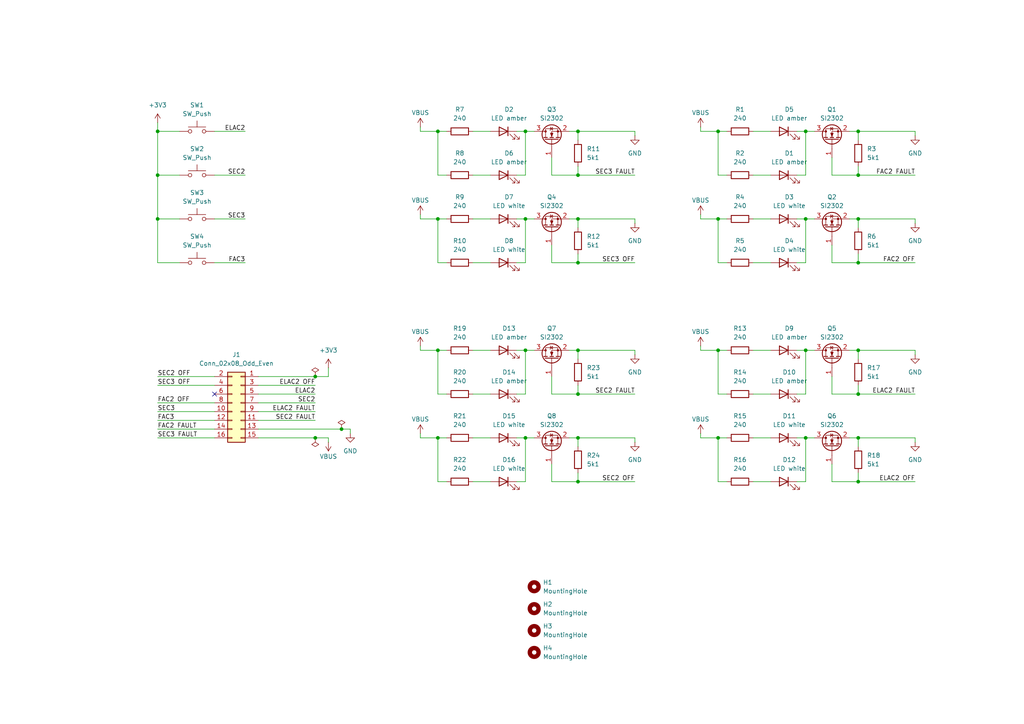
<source format=kicad_sch>
(kicad_sch (version 20231120) (generator "eeschema") (generator_version "8.0")
  (paper "A4")
  (lib_symbols
    (symbol "+3V3_1" (power) (pin_numbers hide) (pin_names (offset 0) hide)
      (property "Value" "+3V3" (at 0 3.556 0))
      (symbol "+3V3_1_1_1"
        (pin power_in line (at 0 0 90) (length 0) (name "~") (number "1"))
      )
    )
    (symbol "Connector_Generic:Conn_02x08_Odd_Even" (pin_names (offset 1.016) hide)
      (property "Reference" "J" (at 1.27 10.16 0))
      (property "Value" "Conn_02x08_Odd_Even" (at 1.27 -12.7 0))
      (symbol "Conn_02x08_Odd_Even_1_1"
        (pin passive line (at -5.08 7.62 0) (length 3.81) (name "Pin_1") (number "1"))
        (pin passive line (at 7.62 -2.54 180) (length 3.81) (name "Pin_10") (number "10"))
        (pin passive line (at -5.08 -5.08 0) (length 3.81) (name "Pin_11") (number "11"))
        (pin passive line (at 7.62 -5.08 180) (length 3.81) (name "Pin_12") (number "12"))
        (pin passive line (at -5.08 -7.62 0) (length 3.81) (name "Pin_13") (number "13"))
        (pin passive line (at 7.62 -7.62 180) (length 3.81) (name "Pin_14") (number "14"))
        (pin passive line (at -5.08 -10.16 0) (length 3.81) (name "Pin_15") (number "15"))
        (pin passive line (at 7.62 -10.16 180) (length 3.81) (name "Pin_16") (number "16"))
        (pin passive line (at 7.62 7.62 180) (length 3.81) (name "Pin_2") (number "2"))
        (pin passive line (at -5.08 5.08 0) (length 3.81) (name "Pin_3") (number "3"))
        (pin passive line (at 7.62 5.08 180) (length 3.81) (name "Pin_4") (number "4"))
        (pin passive line (at -5.08 2.54 0) (length 3.81) (name "Pin_5") (number "5"))
        (pin passive line (at 7.62 2.54 180) (length 3.81) (name "Pin_6") (number "6"))
        (pin passive line (at -5.08 0 0) (length 3.81) (name "Pin_7") (number "7"))
        (pin passive line (at 7.62 0 180) (length 3.81) (name "Pin_8") (number "8"))
        (pin passive line (at -5.08 -2.54 0) (length 3.81) (name "Pin_9") (number "9"))
      )
    )
    (symbol "Device:LED" (pin_numbers hide) (pin_names (offset 1.016) hide)
      (property "Reference" "D" (at 0 2.54 0))
      (property "Value" "LED" (at 0 -2.54 0))
      (symbol "LED_1_1"
        (pin passive line (at -3.81 0 0) (length 2.54) (name "K") (number "1"))
        (pin passive line (at 3.81 0 180) (length 2.54) (name "A") (number "2"))
      )
    )
    (symbol "Device:R" (pin_numbers hide) (pin_names (offset 0))
      (property "Reference" "R" (at 2.032 0 90))
      (property "Value" "R" (at 0 0 90))
      (symbol "R_1_1"
        (pin passive line (at 0 3.81 270) (length 1.27) (name "~") (number "1"))
        (pin passive line (at 0 -3.81 90) (length 1.27) (name "~") (number "2"))
      )
    )
    (symbol "GND_1" (power) (pin_numbers hide) (pin_names (offset 0) hide)
      (property "Value" "GND" (at 0 -3.81 0))
      (symbol "GND_1_1_1"
        (pin power_in line (at 0 0 270) (length 0) (name "~") (number "1"))
      )
    )
    (symbol "Mechanical:MountingHole" (pin_names (offset 1.016))
      (property "Reference" "H" (at 0 5.08 0))
      (property "Value" "MountingHole" (at 0 3.175 0))
    )
    (symbol "Switch:SW_Push" (pin_numbers hide) (pin_names (offset 1.016) hide)
      (property "Reference" "SW" (at 1.27 2.54 0))
      (property "Value" "SW_Push" (at 0 -1.524 0))
      (symbol "SW_Push_0_1"
        (pin passive line (at -5.08 0 0) (length 2.54) (name "1") (number "1"))
        (pin passive line (at 5.08 0 180) (length 2.54) (name "2") (number "2"))
      )
    )
    (symbol "Transistor_FET:2N7002K" (pin_names hide)
      (property "Reference" "Q" (at 5.08 1.905 0))
      (property "Value" "2N7002K" (at 5.08 0 0))
      (symbol "2N7002K_1_1"
        (pin input line (at -5.08 0 0) (length 2.54) (name "G") (number "1"))
        (pin passive line (at 2.54 -5.08 90) (length 2.54) (name "S") (number "2"))
        (pin passive line (at 2.54 5.08 270) (length 2.54) (name "D") (number "3"))
      )
    )
    (symbol "power:+3V3" (power) (pin_numbers hide) (pin_names (offset 0) hide)
      (property "Value" "+3V3" (at 0 3.556 0))
      (symbol "+3V3_1_1"
        (pin power_in line (at 0 0 90) (length 0) (name "~") (number "1"))
      )
    )
    (symbol "power:GND" (power) (pin_numbers hide) (pin_names (offset 0) hide)
      (property "Value" "GND" (at 0 -3.81 0))
      (symbol "GND_1_1"
        (pin power_in line (at 0 0 270) (length 0) (name "~") (number "1"))
      )
    )
    (symbol "power:PWR_FLAG" (power) (pin_numbers hide) (pin_names (offset 0) hide)
      (property "Value" "PWR_FLAG" (at 0 3.81 0))
      (symbol "PWR_FLAG_0_0"
        (pin power_out line (at 0 0 90) (length 0) (name "~") (number "1"))
      )
    )
    (symbol "power:VBUS" (power) (pin_numbers hide) (pin_names (offset 0) hide)
      (property "Value" "VBUS" (at 0 3.556 0))
      (symbol "VBUS_1_1"
        (pin power_in line (at 0 0 90) (length 0) (name "~") (number "1"))
      )
    )
  )
  (junction (at 208.28 38.1))
  (junction (at 152.4 127))
  (junction (at 99.06 124.46))
  (junction (at 45.72 38.1))
  (junction (at 208.28 63.5))
  (junction (at 248.92 38.1))
  (junction (at 167.64 101.6))
  (junction (at 45.72 50.8))
  (junction (at 233.68 63.5))
  (junction (at 127 127))
  (junction (at 167.64 114.3))
  (junction (at 167.64 38.1))
  (junction (at 208.28 101.6))
  (junction (at 167.64 127))
  (junction (at 167.64 63.5))
  (junction (at 248.92 114.3))
  (junction (at 248.92 63.5))
  (junction (at 152.4 63.5))
  (junction (at 167.64 50.8))
  (junction (at 248.92 127))
  (junction (at 45.72 63.5))
  (junction (at 91.44 109.22))
  (junction (at 248.92 101.6))
  (junction (at 233.68 38.1))
  (junction (at 208.28 127))
  (junction (at 152.4 101.6))
  (junction (at 167.64 76.2))
  (junction (at 233.68 101.6))
  (junction (at 248.92 50.8))
  (junction (at 91.44 127))
  (junction (at 233.68 127))
  (junction (at 152.4 38.1))
  (junction (at 248.92 76.2))
  (junction (at 167.64 139.7))
  (junction (at 248.92 139.7))
  (junction (at 127 63.5))
  (junction (at 127 38.1))
  (junction (at 127 101.6))
  (no_connect (at 62.23 114.3))
  (wire (pts (xy 137.16 139.7) (xy 142.24 139.7)))
  (wire (pts (xy 265.43 38.1) (xy 248.92 38.1)))
  (wire (pts (xy 129.54 139.7) (xy 127 139.7)))
  (wire (pts (xy 246.38 63.5) (xy 248.92 63.5)))
  (wire (pts (xy 160.02 45.72) (xy 160.02 50.8)))
  (wire (pts (xy 160.02 114.3) (xy 167.64 114.3)))
  (wire (pts (xy 208.28 50.8) (xy 208.28 38.1)))
  (wire (pts (xy 127 76.2) (xy 127 63.5)))
  (wire (pts (xy 265.43 39.37) (xy 265.43 38.1)))
  (wire (pts (xy 74.93 121.92) (xy 91.44 121.92)))
  (wire (pts (xy 248.92 114.3) (xy 265.43 114.3)))
  (wire (pts (xy 121.92 101.6) (xy 127 101.6)))
  (wire (pts (xy 265.43 102.87) (xy 265.43 101.6)))
  (wire (pts (xy 99.06 124.46) (xy 101.6 124.46)))
  (wire (pts (xy 184.15 128.27) (xy 184.15 127)))
  (wire (pts (xy 184.15 127) (xy 167.64 127)))
  (wire (pts (xy 208.28 139.7) (xy 208.28 127)))
  (wire (pts (xy 241.3 109.22) (xy 241.3 114.3)))
  (wire (pts (xy 152.4 127) (xy 154.94 127)))
  (wire (pts (xy 184.15 39.37) (xy 184.15 38.1)))
  (wire (pts (xy 45.72 50.8) (xy 52.07 50.8)))
  (wire (pts (xy 62.23 119.38) (xy 45.72 119.38)))
  (wire (pts (xy 165.1 63.5) (xy 167.64 63.5)))
  (wire (pts (xy 233.68 63.5) (xy 236.22 63.5)))
  (wire (pts (xy 160.02 109.22) (xy 160.02 114.3)))
  (wire (pts (xy 248.92 63.5) (xy 248.92 66.04)))
  (wire (pts (xy 127 50.8) (xy 127 38.1)))
  (wire (pts (xy 265.43 127) (xy 248.92 127)))
  (wire (pts (xy 203.2 38.1) (xy 203.2 36.83)))
  (wire (pts (xy 149.86 101.6) (xy 152.4 101.6)))
  (wire (pts (xy 203.2 101.6) (xy 208.28 101.6)))
  (wire (pts (xy 62.23 38.1) (xy 71.12 38.1)))
  (wire (pts (xy 74.93 114.3) (xy 91.44 114.3)))
  (wire (pts (xy 233.68 127) (xy 233.68 139.7)))
  (wire (pts (xy 45.72 50.8) (xy 45.72 38.1)))
  (wire (pts (xy 184.15 64.77) (xy 184.15 63.5)))
  (wire (pts (xy 160.02 134.62) (xy 160.02 139.7)))
  (wire (pts (xy 74.93 124.46) (xy 99.06 124.46)))
  (wire (pts (xy 208.28 127) (xy 210.82 127)))
  (wire (pts (xy 95.25 128.27) (xy 95.25 127)))
  (wire (pts (xy 127 127) (xy 129.54 127)))
  (wire (pts (xy 45.72 63.5) (xy 52.07 63.5)))
  (wire (pts (xy 129.54 114.3) (xy 127 114.3)))
  (wire (pts (xy 231.14 127) (xy 233.68 127)))
  (wire (pts (xy 167.64 139.7) (xy 184.15 139.7)))
  (wire (pts (xy 248.92 73.66) (xy 248.92 76.2)))
  (wire (pts (xy 210.82 114.3) (xy 208.28 114.3)))
  (wire (pts (xy 149.86 63.5) (xy 152.4 63.5)))
  (wire (pts (xy 233.68 63.5) (xy 233.68 76.2)))
  (wire (pts (xy 231.14 50.8) (xy 233.68 50.8)))
  (wire (pts (xy 203.2 63.5) (xy 208.28 63.5)))
  (wire (pts (xy 52.07 76.2) (xy 45.72 76.2)))
  (wire (pts (xy 167.64 127) (xy 167.64 129.54)))
  (wire (pts (xy 62.23 121.92) (xy 45.72 121.92)))
  (wire (pts (xy 218.44 63.5) (xy 223.52 63.5)))
  (wire (pts (xy 165.1 127) (xy 167.64 127)))
  (wire (pts (xy 167.64 48.26) (xy 167.64 50.8)))
  (wire (pts (xy 45.72 38.1) (xy 45.72 35.56)))
  (wire (pts (xy 167.64 76.2) (xy 184.15 76.2)))
  (wire (pts (xy 160.02 76.2) (xy 167.64 76.2)))
  (wire (pts (xy 167.64 50.8) (xy 184.15 50.8)))
  (wire (pts (xy 203.2 127) (xy 208.28 127)))
  (wire (pts (xy 45.72 76.2) (xy 45.72 63.5)))
  (wire (pts (xy 246.38 127) (xy 248.92 127)))
  (wire (pts (xy 152.4 101.6) (xy 152.4 114.3)))
  (wire (pts (xy 233.68 127) (xy 236.22 127)))
  (wire (pts (xy 91.44 127) (xy 95.25 127)))
  (wire (pts (xy 137.16 38.1) (xy 142.24 38.1)))
  (wire (pts (xy 137.16 114.3) (xy 142.24 114.3)))
  (wire (pts (xy 233.68 101.6) (xy 233.68 114.3)))
  (wire (pts (xy 152.4 127) (xy 152.4 139.7)))
  (wire (pts (xy 62.23 109.22) (xy 45.72 109.22)))
  (wire (pts (xy 248.92 111.76) (xy 248.92 114.3)))
  (wire (pts (xy 45.72 63.5) (xy 45.72 50.8)))
  (wire (pts (xy 137.16 76.2) (xy 142.24 76.2)))
  (wire (pts (xy 129.54 76.2) (xy 127 76.2)))
  (wire (pts (xy 218.44 76.2) (xy 223.52 76.2)))
  (wire (pts (xy 121.92 127) (xy 121.92 125.73)))
  (wire (pts (xy 248.92 137.16) (xy 248.92 139.7)))
  (wire (pts (xy 62.23 111.76) (xy 45.72 111.76)))
  (wire (pts (xy 74.93 119.38) (xy 91.44 119.38)))
  (wire (pts (xy 62.23 116.84) (xy 45.72 116.84)))
  (wire (pts (xy 210.82 50.8) (xy 208.28 50.8)))
  (wire (pts (xy 248.92 48.26) (xy 248.92 50.8)))
  (wire (pts (xy 231.14 63.5) (xy 233.68 63.5)))
  (wire (pts (xy 241.3 45.72) (xy 241.3 50.8)))
  (wire (pts (xy 167.64 63.5) (xy 167.64 66.04)))
  (wire (pts (xy 62.23 124.46) (xy 45.72 124.46)))
  (wire (pts (xy 152.4 38.1) (xy 154.94 38.1)))
  (wire (pts (xy 265.43 101.6) (xy 248.92 101.6)))
  (wire (pts (xy 208.28 63.5) (xy 210.82 63.5)))
  (wire (pts (xy 167.64 101.6) (xy 167.64 104.14)))
  (wire (pts (xy 241.3 134.62) (xy 241.3 139.7)))
  (wire (pts (xy 233.68 38.1) (xy 236.22 38.1)))
  (wire (pts (xy 208.28 38.1) (xy 210.82 38.1)))
  (wire (pts (xy 241.3 114.3) (xy 248.92 114.3)))
  (wire (pts (xy 149.86 114.3) (xy 152.4 114.3)))
  (wire (pts (xy 74.93 116.84) (xy 91.44 116.84)))
  (wire (pts (xy 152.4 38.1) (xy 152.4 50.8)))
  (wire (pts (xy 218.44 50.8) (xy 223.52 50.8)))
  (wire (pts (xy 218.44 139.7) (xy 223.52 139.7)))
  (wire (pts (xy 233.68 101.6) (xy 236.22 101.6)))
  (wire (pts (xy 248.92 76.2) (xy 265.43 76.2)))
  (wire (pts (xy 167.64 73.66) (xy 167.64 76.2)))
  (wire (pts (xy 160.02 139.7) (xy 167.64 139.7)))
  (wire (pts (xy 121.92 101.6) (xy 121.92 100.33)))
  (wire (pts (xy 210.82 76.2) (xy 208.28 76.2)))
  (wire (pts (xy 184.15 101.6) (xy 167.64 101.6)))
  (wire (pts (xy 167.64 137.16) (xy 167.64 139.7)))
  (wire (pts (xy 52.07 38.1) (xy 45.72 38.1)))
  (wire (pts (xy 149.86 76.2) (xy 152.4 76.2)))
  (wire (pts (xy 203.2 101.6) (xy 203.2 100.33)))
  (wire (pts (xy 62.23 127) (xy 45.72 127)))
  (wire (pts (xy 95.25 106.68) (xy 95.25 109.22)))
  (wire (pts (xy 121.92 63.5) (xy 127 63.5)))
  (wire (pts (xy 152.4 63.5) (xy 152.4 76.2)))
  (wire (pts (xy 248.92 38.1) (xy 248.92 40.64)))
  (wire (pts (xy 231.14 114.3) (xy 233.68 114.3)))
  (wire (pts (xy 137.16 101.6) (xy 142.24 101.6)))
  (wire (pts (xy 248.92 50.8) (xy 265.43 50.8)))
  (wire (pts (xy 149.86 127) (xy 152.4 127)))
  (wire (pts (xy 137.16 127) (xy 142.24 127)))
  (wire (pts (xy 241.3 50.8) (xy 248.92 50.8)))
  (wire (pts (xy 233.68 38.1) (xy 233.68 50.8)))
  (wire (pts (xy 167.64 38.1) (xy 167.64 40.64)))
  (wire (pts (xy 246.38 38.1) (xy 248.92 38.1)))
  (wire (pts (xy 231.14 76.2) (xy 233.68 76.2)))
  (wire (pts (xy 218.44 101.6) (xy 223.52 101.6)))
  (wire (pts (xy 241.3 71.12) (xy 241.3 76.2)))
  (wire (pts (xy 149.86 139.7) (xy 152.4 139.7)))
  (wire (pts (xy 203.2 38.1) (xy 208.28 38.1)))
  (wire (pts (xy 137.16 63.5) (xy 142.24 63.5)))
  (wire (pts (xy 265.43 64.77) (xy 265.43 63.5)))
  (wire (pts (xy 62.23 50.8) (xy 71.12 50.8)))
  (wire (pts (xy 208.28 114.3) (xy 208.28 101.6)))
  (wire (pts (xy 127 114.3) (xy 127 101.6)))
  (wire (pts (xy 218.44 38.1) (xy 223.52 38.1)))
  (wire (pts (xy 165.1 101.6) (xy 167.64 101.6)))
  (wire (pts (xy 127 63.5) (xy 129.54 63.5)))
  (wire (pts (xy 149.86 38.1) (xy 152.4 38.1)))
  (wire (pts (xy 62.23 76.2) (xy 71.12 76.2)))
  (wire (pts (xy 74.93 127) (xy 91.44 127)))
  (wire (pts (xy 160.02 50.8) (xy 167.64 50.8)))
  (wire (pts (xy 241.3 76.2) (xy 248.92 76.2)))
  (wire (pts (xy 265.43 63.5) (xy 248.92 63.5)))
  (wire (pts (xy 208.28 76.2) (xy 208.28 63.5)))
  (wire (pts (xy 137.16 50.8) (xy 142.24 50.8)))
  (wire (pts (xy 241.3 139.7) (xy 248.92 139.7)))
  (wire (pts (xy 248.92 139.7) (xy 265.43 139.7)))
  (wire (pts (xy 210.82 139.7) (xy 208.28 139.7)))
  (wire (pts (xy 62.23 63.5) (xy 71.12 63.5)))
  (wire (pts (xy 203.2 63.5) (xy 203.2 62.23)))
  (wire (pts (xy 231.14 139.7) (xy 233.68 139.7)))
  (wire (pts (xy 121.92 63.5) (xy 121.92 62.23)))
  (wire (pts (xy 127 139.7) (xy 127 127)))
  (wire (pts (xy 167.64 114.3) (xy 184.15 114.3)))
  (wire (pts (xy 208.28 101.6) (xy 210.82 101.6)))
  (wire (pts (xy 91.44 109.22) (xy 95.25 109.22)))
  (wire (pts (xy 218.44 127) (xy 223.52 127)))
  (wire (pts (xy 121.92 38.1) (xy 121.92 36.83)))
  (wire (pts (xy 129.54 50.8) (xy 127 50.8)))
  (wire (pts (xy 149.86 50.8) (xy 152.4 50.8)))
  (wire (pts (xy 218.44 114.3) (xy 223.52 114.3)))
  (wire (pts (xy 121.92 127) (xy 127 127)))
  (wire (pts (xy 231.14 38.1) (xy 233.68 38.1)))
  (wire (pts (xy 160.02 71.12) (xy 160.02 76.2)))
  (wire (pts (xy 152.4 63.5) (xy 154.94 63.5)))
  (wire (pts (xy 101.6 124.46) (xy 101.6 125.73)))
  (wire (pts (xy 248.92 101.6) (xy 248.92 104.14)))
  (wire (pts (xy 265.43 128.27) (xy 265.43 127)))
  (wire (pts (xy 246.38 101.6) (xy 248.92 101.6)))
  (wire (pts (xy 74.93 109.22) (xy 91.44 109.22)))
  (wire (pts (xy 184.15 38.1) (xy 167.64 38.1)))
  (wire (pts (xy 74.93 111.76) (xy 91.44 111.76)))
  (wire (pts (xy 165.1 38.1) (xy 167.64 38.1)))
  (wire (pts (xy 184.15 102.87) (xy 184.15 101.6)))
  (wire (pts (xy 248.92 127) (xy 248.92 129.54)))
  (wire (pts (xy 167.64 111.76) (xy 167.64 114.3)))
  (wire (pts (xy 184.15 63.5) (xy 167.64 63.5)))
  (wire (pts (xy 152.4 101.6) (xy 154.94 101.6)))
  (wire (pts (xy 121.92 38.1) (xy 127 38.1)))
  (wire (pts (xy 127 101.6) (xy 129.54 101.6)))
  (wire (pts (xy 127 38.1) (xy 129.54 38.1)))
  (wire (pts (xy 231.14 101.6) (xy 233.68 101.6)))
  (wire (pts (xy 203.2 127) (xy 203.2 125.73)))
  (label "SEC2" (at 91.44 116.84 180))
  (label "ELAC2 FAULT" (at 91.44 119.38 180))
  (label "FAC2 OFF" (at 45.72 116.84 0))
  (label "SEC3 FAULT" (at 184.15 50.8 180))
  (label "FAC2 FAULT" (at 45.72 124.46 0))
  (label "SEC3" (at 45.72 119.38 0))
  (label "SEC3 FAULT" (at 45.72 127 0))
  (label "ELAC2 FAULT" (at 265.43 114.3 180))
  (label "SEC3 OFF" (at 45.72 111.76 0))
  (label "SEC2 OFF" (at 45.72 109.22 0))
  (label "SEC2 OFF" (at 184.15 139.7 180))
  (label "SEC3 OFF" (at 184.15 76.2 180))
  (label "SEC2 FAULT" (at 91.44 121.92 180))
  (label "FAC3" (at 71.12 76.2 180))
  (label "SEC2 FAULT" (at 184.15 114.3 180))
  (label "SEC2" (at 71.12 50.8 180))
  (label "ELAC2 OFF" (at 91.44 111.76 180))
  (label "ELAC2" (at 91.44 114.3 180))
  (label "ELAC2 OFF" (at 265.43 139.7 180))
  (label "FAC2 OFF" (at 265.43 76.2 180))
  (label "ELAC2" (at 71.12 38.1 180))
  (label "FAC3" (at 45.72 121.92 0))
  (label "FAC2 FAULT" (at 265.43 50.8 180))
  (label "SEC3" (at 71.12 63.5 180))
  (symbol (lib_id "Device:R") (at 133.35 63.5 90) (unit 1)
    (property "Reference" "R9" (at 133.35 57.15 90))
    (property "Value" "240" (at 133.35 59.69 90))
    (property "Footprint" "Resistor_SMD:R_0805_2012Metric" (effects (hide yes)))
    (property "Datasheet" "https://www.lcsc.com/datasheet/lcsc_datasheet_2206010200_UNI-ROYAL-Uniroyal-Elec-0805W8F2400T5E_C17572.pdf" (effects (hide yes)))
    (property "JLCPCB Part" "C17572" (effects (hide yes)))
    (property "Manufracturer" "UNI-ROYAL(Uniroyal Elec)" (effects (hide yes)))
    (property "Manufracturer Part Number" "0805W8F2400T5E" (effects (hide yes)))
  )
  (symbol (lib_id "Switch:SW_Push") (at 57.15 63.5 0) (unit 1)
    (property "Reference" "SW3" (at 57.15 55.88 0))
    (property "Value" "SW_Push" (at 57.15 58.42 0))
    (property "Footprint" "NiasStuff:SW_Push_1TS009xxxx-xxxx-xxxx_6x6x5mm" (effects (hide yes)))
    (property "Datasheet" "https://www.lcsc.com/datasheet/lcsc_datasheet_1811151231_HYP--Hongyuan-Precision-1TS009A-1800-5000-CT_C319409.pdf" (effects (hide yes)))
    (property "JLCPCB Part" "C319409" (effects (hide yes)))
    (property "Manufracturer" "HYP (Hongyuan Precision)" (effects (hide yes)))
    (property "Manufracturer Part Number" "1TS009A-1800-5000-CT" (effects (hide yes)))
  )
  (symbol (lib_id "Device:R") (at 214.63 50.8 90) (unit 1)
    (property "Reference" "R2" (at 214.63 44.45 90))
    (property "Value" "240" (at 214.63 46.99 90))
    (property "Footprint" "Resistor_SMD:R_0805_2012Metric" (effects (hide yes)))
    (property "Datasheet" "https://www.lcsc.com/datasheet/lcsc_datasheet_2206010200_UNI-ROYAL-Uniroyal-Elec-0805W8F2400T5E_C17572.pdf" (effects (hide yes)))
    (property "JLCPCB Part" "C17572" (effects (hide yes)))
    (property "Manufracturer" "UNI-ROYAL(Uniroyal Elec)" (effects (hide yes)))
    (property "Manufracturer Part Number" "0805W8F2400T5E" (effects (hide yes)))
  )
  (symbol (lib_id "Transistor_FET:2N7002K") (at 160.02 104.14 90) (unit 1)
    (property "Reference" "Q7" (at 160.02 95.25 90))
    (property "Value" "SI2302" (at 160.02 97.79 90))
    (property "Footprint" "Package_TO_SOT_SMD:SOT-23" (effects (hide yes)))
    (property "Datasheet" "https://www.diodes.com/assets/Datasheets/ds30896.pdf" (effects (hide yes)))
    (property "Description" "0.38A Id, 60V Vds, N-Channel MOSFET, SOT-23" (effects (hide yes)))
    (property "Manufracturer" "YONGYUTAI" (effects (hide yes)))
    (property "Manufracturer Part Number" "SI2302" (effects (hide yes)))
    (property "JLCPCB Part" "C2891732" (effects (hide yes)))
  )
  (symbol (lib_id "Mechanical:MountingHole") (at 154.94 170.18 0) (unit 1) (in_bom no)
    (property "Reference" "H1" (at 157.48 168.91 0) (effects (justify left)))
    (property "Value" "MountingHole" (at 157.48 171.45 0) (effects (justify left)))
    (property "Footprint" "MountingHole:MountingHole_2.2mm_M2" (effects (hide yes)))
  )
  (symbol (lib_id "Device:LED") (at 146.05 38.1 0) (mirror y) (unit 1)
    (property "Reference" "D2" (at 147.6375 31.75 0))
    (property "Value" "LED amber" (at 147.6375 34.29 0))
    (property "Footprint" "LED_SMD:LED_0603_1608Metric" (effects (hide yes)))
    (property "Datasheet" "https://www.lcsc.com/datasheet/lcsc_datasheet_1810092051_BrtLed-Bright-LED-Elec-BL-HJC36G-AV-TRB_C165983.pdf" (effects (hide yes)))
    (property "JLCPCB Part" "C165983" (effects (hide yes)))
    (property "Manufracturer" "BrtLed(Bright LED Elec)" (effects (hide yes)))
    (property "Manufracturer Part Number" "BL-HJC36G-AV-TRB" (effects (hide yes)))
  )
  (symbol (lib_id "Switch:SW_Push") (at 57.15 76.2 0) (unit 1)
    (property "Reference" "SW4" (at 57.15 68.58 0))
    (property "Value" "SW_Push" (at 57.15 71.12 0))
    (property "Footprint" "NiasStuff:SW_Push_1TS009xxxx-xxxx-xxxx_6x6x5mm" (effects (hide yes)))
    (property "Datasheet" "https://www.lcsc.com/datasheet/lcsc_datasheet_1811151231_HYP--Hongyuan-Precision-1TS009A-1800-5000-CT_C319409.pdf" (effects (hide yes)))
    (property "JLCPCB Part" "C319409" (effects (hide yes)))
    (property "Manufracturer" "HYP (Hongyuan Precision)" (effects (hide yes)))
    (property "Manufracturer Part Number" "1TS009A-1800-5000-CT" (effects (hide yes)))
  )
  (symbol (lib_id "Device:R") (at 248.92 44.45 180) (unit 1)
    (property "Reference" "R3" (at 251.46 43.18 0) (effects (justify right)))
    (property "Value" "5k1" (at 251.46 45.72 0) (effects (justify right)))
    (property "Footprint" "Resistor_SMD:R_0603_1608Metric" (effects (hide yes)))
    (property "Datasheet" "https://www.lcsc.com/datasheet/lcsc_datasheet_2206010116_UNI-ROYAL-Uniroyal-Elec-0603WAF5101T5E_C23186.pdf" (effects (hide yes)))
    (property "JLCPCB Part" "C23186" (effects (hide yes)))
    (property "Manufracturer" "UNI-ROYAL(Uniroyal Elec)" (effects (hide yes)))
    (property "Manufracturer Part Number" "0603WAF5101T5E" (effects (hide yes)))
  )
  (symbol (lib_id "power:VBUS") (at 203.2 125.73 0) (unit 1)
    (property "Reference" "#PWR010" (effects (hide yes)))
    (property "Value" "VBUS" (at 203.2 121.5969 0))
    (property "Description" "Power symbol creates a global label with name \"VBUS\"" (effects (hide yes)))
  )
  (symbol (lib_id "Device:R") (at 214.63 101.6 90) (unit 1)
    (property "Reference" "R13" (at 214.63 95.25 90))
    (property "Value" "240" (at 214.63 97.79 90))
    (property "Footprint" "Resistor_SMD:R_0805_2012Metric" (effects (hide yes)))
    (property "Datasheet" "https://www.lcsc.com/datasheet/lcsc_datasheet_2206010200_UNI-ROYAL-Uniroyal-Elec-0805W8F2400T5E_C17572.pdf" (effects (hide yes)))
    (property "JLCPCB Part" "C17572" (effects (hide yes)))
    (property "Manufracturer" "UNI-ROYAL(Uniroyal Elec)" (effects (hide yes)))
    (property "Manufracturer Part Number" "0805W8F2400T5E" (effects (hide yes)))
  )
  (symbol (lib_id "power:GND") (at 184.15 64.77 0) (unit 1)
    (property "Reference" "#PWR08" (effects (hide yes)))
    (property "Value" "GND" (at 184.15 69.85 0))
    (property "Description" "Power symbol creates a global label with name \"GND\" , ground" (effects (hide yes)))
  )
  (symbol (lib_id "power:GND") (at 265.43 64.77 0) (unit 1)
    (property "Reference" "#PWR04" (effects (hide yes)))
    (property "Value" "GND" (at 265.43 69.85 0))
    (property "Description" "Power symbol creates a global label with name \"GND\" , ground" (effects (hide yes)))
  )
  (symbol (lib_name "GND_1") (lib_id "power:GND") (at 101.6 125.73 0) (unit 1)
    (property "Reference" "#PWR020" (effects (hide yes)))
    (property "Value" "GND" (at 101.6 130.81 0))
    (property "Description" "Power symbol creates a global label with name \"GND\" , ground" (effects (hide yes)))
  )
  (symbol (lib_id "power:VBUS") (at 121.92 100.33 0) (unit 1)
    (property "Reference" "#PWR013" (effects (hide yes)))
    (property "Value" "VBUS" (at 121.92 96.1969 0))
    (property "Description" "Power symbol creates a global label with name \"VBUS\"" (effects (hide yes)))
  )
  (symbol (lib_id "Device:R") (at 214.63 63.5 90) (unit 1)
    (property "Reference" "R4" (at 214.63 57.15 90))
    (property "Value" "240" (at 214.63 59.69 90))
    (property "Footprint" "Resistor_SMD:R_0805_2012Metric" (effects (hide yes)))
    (property "Datasheet" "https://www.lcsc.com/datasheet/lcsc_datasheet_2206010200_UNI-ROYAL-Uniroyal-Elec-0805W8F2400T5E_C17572.pdf" (effects (hide yes)))
    (property "JLCPCB Part" "C17572" (effects (hide yes)))
    (property "Manufracturer" "UNI-ROYAL(Uniroyal Elec)" (effects (hide yes)))
    (property "Manufracturer Part Number" "0805W8F2400T5E" (effects (hide yes)))
  )
  (symbol (lib_id "Device:R") (at 248.92 133.35 180) (unit 1)
    (property "Reference" "R18" (at 251.46 132.08 0) (effects (justify right)))
    (property "Value" "5k1" (at 251.46 134.62 0) (effects (justify right)))
    (property "Footprint" "Resistor_SMD:R_0603_1608Metric" (effects (hide yes)))
    (property "Datasheet" "https://www.lcsc.com/datasheet/lcsc_datasheet_2206010116_UNI-ROYAL-Uniroyal-Elec-0603WAF5101T5E_C23186.pdf" (effects (hide yes)))
    (property "JLCPCB Part" "C23186" (effects (hide yes)))
    (property "Manufracturer" "UNI-ROYAL(Uniroyal Elec)" (effects (hide yes)))
    (property "Manufracturer Part Number" "0603WAF5101T5E" (effects (hide yes)))
  )
  (symbol (lib_id "power:PWR_FLAG") (at 99.06 124.46 0) (unit 1)
    (property "Reference" "#FLG03" (effects (hide yes)))
    (property "Value" "PWR_FLAG" (effects (hide yes)))
    (property "Description" "Special symbol for telling ERC where power comes from" (effects (hide yes)))
  )
  (symbol (lib_id "Device:R") (at 133.35 139.7 90) (unit 1)
    (property "Reference" "R22" (at 133.35 133.35 90))
    (property "Value" "240" (at 133.35 135.89 90))
    (property "Footprint" "Resistor_SMD:R_0805_2012Metric" (effects (hide yes)))
    (property "Datasheet" "https://www.lcsc.com/datasheet/lcsc_datasheet_2206010200_UNI-ROYAL-Uniroyal-Elec-0805W8F2400T5E_C17572.pdf" (effects (hide yes)))
    (property "JLCPCB Part" "C17572" (effects (hide yes)))
    (property "Manufracturer" "UNI-ROYAL(Uniroyal Elec)" (effects (hide yes)))
    (property "Manufracturer Part Number" "0805W8F2400T5E" (effects (hide yes)))
  )
  (symbol (lib_id "Device:R") (at 214.63 114.3 90) (unit 1)
    (property "Reference" "R14" (at 214.63 107.95 90))
    (property "Value" "240" (at 214.63 110.49 90))
    (property "Footprint" "Resistor_SMD:R_0805_2012Metric" (effects (hide yes)))
    (property "Datasheet" "https://www.lcsc.com/datasheet/lcsc_datasheet_2206010200_UNI-ROYAL-Uniroyal-Elec-0805W8F2400T5E_C17572.pdf" (effects (hide yes)))
    (property "JLCPCB Part" "C17572" (effects (hide yes)))
    (property "Manufracturer" "UNI-ROYAL(Uniroyal Elec)" (effects (hide yes)))
    (property "Manufracturer Part Number" "0805W8F2400T5E" (effects (hide yes)))
  )
  (symbol (lib_id "Transistor_FET:2N7002K") (at 160.02 66.04 90) (unit 1)
    (property "Reference" "Q4" (at 160.02 57.15 90))
    (property "Value" "SI2302" (at 160.02 59.69 90))
    (property "Footprint" "Package_TO_SOT_SMD:SOT-23" (effects (hide yes)))
    (property "Datasheet" "https://www.diodes.com/assets/Datasheets/ds30896.pdf" (effects (hide yes)))
    (property "Description" "0.38A Id, 60V Vds, N-Channel MOSFET, SOT-23" (effects (hide yes)))
    (property "Manufracturer" "YONGYUTAI" (effects (hide yes)))
    (property "Manufracturer Part Number" "SI2302" (effects (hide yes)))
    (property "JLCPCB Part" "C2891732" (effects (hide yes)))
  )
  (symbol (lib_id "power:GND") (at 184.15 39.37 0) (unit 1)
    (property "Reference" "#PWR07" (effects (hide yes)))
    (property "Value" "GND" (at 184.15 44.45 0))
    (property "Description" "Power symbol creates a global label with name \"GND\" , ground" (effects (hide yes)))
  )
  (symbol (lib_id "Device:R") (at 133.35 114.3 90) (unit 1)
    (property "Reference" "R20" (at 133.35 107.95 90))
    (property "Value" "240" (at 133.35 110.49 90))
    (property "Footprint" "Resistor_SMD:R_0805_2012Metric" (effects (hide yes)))
    (property "Datasheet" "https://www.lcsc.com/datasheet/lcsc_datasheet_2206010200_UNI-ROYAL-Uniroyal-Elec-0805W8F2400T5E_C17572.pdf" (effects (hide yes)))
    (property "JLCPCB Part" "C17572" (effects (hide yes)))
    (property "Manufracturer" "UNI-ROYAL(Uniroyal Elec)" (effects (hide yes)))
    (property "Manufracturer Part Number" "0805W8F2400T5E" (effects (hide yes)))
  )
  (symbol (lib_id "power:+3V3") (at 45.72 35.56 0) (unit 1)
    (property "Reference" "#PWR017" (effects (hide yes)))
    (property "Value" "+3V3" (at 45.72 30.48 0))
    (property "Description" "Power symbol creates a global label with name \"+3V3\"" (effects (hide yes)))
  )
  (symbol (lib_id "power:VBUS") (at 203.2 100.33 0) (unit 1)
    (property "Reference" "#PWR09" (effects (hide yes)))
    (property "Value" "VBUS" (at 203.2 96.1969 0))
    (property "Description" "Power symbol creates a global label with name \"VBUS\"" (effects (hide yes)))
  )
  (symbol (lib_id "Switch:SW_Push") (at 57.15 38.1 0) (unit 1)
    (property "Reference" "SW1" (at 57.15 30.48 0))
    (property "Value" "SW_Push" (at 57.15 33.02 0))
    (property "Footprint" "NiasStuff:SW_Push_1TS009xxxx-xxxx-xxxx_6x6x5mm" (effects (hide yes)))
    (property "Datasheet" "https://www.lcsc.com/datasheet/lcsc_datasheet_1811151231_HYP--Hongyuan-Precision-1TS009A-1800-5000-CT_C319409.pdf" (effects (hide yes)))
    (property "JLCPCB Part" "C319409" (effects (hide yes)))
    (property "Manufracturer" "HYP (Hongyuan Precision)" (effects (hide yes)))
    (property "Manufracturer Part Number" "1TS009A-1800-5000-CT" (effects (hide yes)))
  )
  (symbol (lib_id "Switch:SW_Push") (at 57.15 50.8 0) (unit 1)
    (property "Reference" "SW2" (at 57.15 43.18 0))
    (property "Value" "SW_Push" (at 57.15 45.72 0))
    (property "Footprint" "NiasStuff:SW_Push_1TS009xxxx-xxxx-xxxx_6x6x5mm" (effects (hide yes)))
    (property "Datasheet" "https://www.lcsc.com/datasheet/lcsc_datasheet_1811151231_HYP--Hongyuan-Precision-1TS009A-1800-5000-CT_C319409.pdf" (effects (hide yes)))
    (property "JLCPCB Part" "C319409" (effects (hide yes)))
    (property "Manufracturer" "HYP (Hongyuan Precision)" (effects (hide yes)))
    (property "Manufracturer Part Number" "1TS009A-1800-5000-CT" (effects (hide yes)))
  )
  (symbol (lib_id "power:VBUS") (at 121.92 36.83 0) (unit 1)
    (property "Reference" "#PWR05" (effects (hide yes)))
    (property "Value" "VBUS" (at 121.92 32.6969 0))
    (property "Description" "Power symbol creates a global label with name \"VBUS\"" (effects (hide yes)))
  )
  (symbol (lib_id "Device:LED") (at 146.05 101.6 0) (mirror y) (unit 1)
    (property "Reference" "D13" (at 147.6375 95.25 0))
    (property "Value" "LED amber" (at 147.6375 97.79 0))
    (property "Footprint" "LED_SMD:LED_0603_1608Metric" (effects (hide yes)))
    (property "Datasheet" "https://www.lcsc.com/datasheet/lcsc_datasheet_1810092051_BrtLed-Bright-LED-Elec-BL-HJC36G-AV-TRB_C165983.pdf" (effects (hide yes)))
    (property "JLCPCB Part" "C165983" (effects (hide yes)))
    (property "Manufracturer" "BrtLed(Bright LED Elec)" (effects (hide yes)))
    (property "Manufracturer Part Number" "BL-HJC36G-AV-TRB" (effects (hide yes)))
  )
  (symbol (lib_id "power:VBUS") (at 203.2 36.83 0) (unit 1)
    (property "Reference" "#PWR01" (effects (hide yes)))
    (property "Value" "VBUS" (at 203.2 32.6969 0))
    (property "Description" "Power symbol creates a global label with name \"VBUS\"" (effects (hide yes)))
  )
  (symbol (lib_id "power:GND") (at 184.15 102.87 0) (unit 1)
    (property "Reference" "#PWR015" (effects (hide yes)))
    (property "Value" "GND" (at 184.15 107.95 0))
    (property "Description" "Power symbol creates a global label with name \"GND\" , ground" (effects (hide yes)))
  )
  (symbol (lib_id "Transistor_FET:2N7002K") (at 241.3 129.54 90) (unit 1)
    (property "Reference" "Q6" (at 241.3 120.65 90))
    (property "Value" "SI2302" (at 241.3 123.19 90))
    (property "Footprint" "Package_TO_SOT_SMD:SOT-23" (effects (hide yes)))
    (property "Datasheet" "https://www.diodes.com/assets/Datasheets/ds30896.pdf" (effects (hide yes)))
    (property "Description" "0.38A Id, 60V Vds, N-Channel MOSFET, SOT-23" (effects (hide yes)))
    (property "Manufracturer" "YONGYUTAI" (effects (hide yes)))
    (property "Manufracturer Part Number" "SI2302" (effects (hide yes)))
    (property "JLCPCB Part" "C2891732" (effects (hide yes)))
  )
  (symbol (lib_id "power:VBUS") (at 121.92 125.73 0) (unit 1)
    (property "Reference" "#PWR014" (effects (hide yes)))
    (property "Value" "VBUS" (at 121.92 121.5969 0))
    (property "Description" "Power symbol creates a global label with name \"VBUS\"" (effects (hide yes)))
  )
  (symbol (lib_id "Device:R") (at 133.35 101.6 90) (unit 1)
    (property "Reference" "R19" (at 133.35 95.25 90))
    (property "Value" "240" (at 133.35 97.79 90))
    (property "Footprint" "Resistor_SMD:R_0805_2012Metric" (effects (hide yes)))
    (property "Datasheet" "https://www.lcsc.com/datasheet/lcsc_datasheet_2206010200_UNI-ROYAL-Uniroyal-Elec-0805W8F2400T5E_C17572.pdf" (effects (hide yes)))
    (property "JLCPCB Part" "C17572" (effects (hide yes)))
    (property "Manufracturer" "UNI-ROYAL(Uniroyal Elec)" (effects (hide yes)))
    (property "Manufracturer Part Number" "0805W8F2400T5E" (effects (hide yes)))
  )
  (symbol (lib_id "Device:LED") (at 146.05 127 0) (mirror y) (unit 1)
    (property "Reference" "D15" (at 147.6375 120.65 0))
    (property "Value" "LED white" (at 147.6375 123.19 0))
    (property "Footprint" "LED_SMD:LED_0805_2012Metric" (effects (hide yes)))
    (property "Datasheet" "https://www.lcsc.com/datasheet/lcsc_datasheet_2402181504_XINGLIGHT-XL-2012WWC-DS_C3646928.pdf" (effects (hide yes)))
    (property "JLCPCB Part" "C3646928" (effects (hide yes)))
    (property "Manufracturer" "XINGLIGHT" (effects (hide yes)))
    (property "Manufracturer Part Number" "XL-2012WWC-DS" (effects (hide yes)))
  )
  (symbol (lib_id "Device:R") (at 133.35 76.2 90) (unit 1)
    (property "Reference" "R10" (at 133.35 69.85 90))
    (property "Value" "240" (at 133.35 72.39 90))
    (property "Footprint" "Resistor_SMD:R_0805_2012Metric" (effects (hide yes)))
    (property "Datasheet" "https://www.lcsc.com/datasheet/lcsc_datasheet_2206010200_UNI-ROYAL-Uniroyal-Elec-0805W8F2400T5E_C17572.pdf" (effects (hide yes)))
    (property "JLCPCB Part" "C17572" (effects (hide yes)))
    (property "Manufracturer" "UNI-ROYAL(Uniroyal Elec)" (effects (hide yes)))
    (property "Manufracturer Part Number" "0805W8F2400T5E" (effects (hide yes)))
  )
  (symbol (lib_id "Device:R") (at 167.64 44.45 180) (unit 1)
    (property "Reference" "R11" (at 170.18 43.18 0) (effects (justify right)))
    (property "Value" "5k1" (at 170.18 45.72 0) (effects (justify right)))
    (property "Footprint" "Resistor_SMD:R_0603_1608Metric" (effects (hide yes)))
    (property "Datasheet" "https://www.lcsc.com/datasheet/lcsc_datasheet_2206010116_UNI-ROYAL-Uniroyal-Elec-0603WAF5101T5E_C23186.pdf" (effects (hide yes)))
    (property "JLCPCB Part" "C23186" (effects (hide yes)))
    (property "Manufracturer" "UNI-ROYAL(Uniroyal Elec)" (effects (hide yes)))
    (property "Manufracturer Part Number" "0603WAF5101T5E" (effects (hide yes)))
  )
  (symbol (lib_id "Device:LED") (at 146.05 76.2 0) (mirror y) (unit 1)
    (property "Reference" "D8" (at 147.6375 69.85 0))
    (property "Value" "LED white" (at 147.6375 72.39 0))
    (property "Footprint" "LED_SMD:LED_0805_2012Metric" (effects (hide yes)))
    (property "Datasheet" "https://www.lcsc.com/datasheet/lcsc_datasheet_2402181504_XINGLIGHT-XL-2012WWC-DS_C3646928.pdf" (effects (hide yes)))
    (property "JLCPCB Part" "C3646928" (effects (hide yes)))
    (property "Manufracturer" "XINGLIGHT" (effects (hide yes)))
    (property "Manufracturer Part Number" "XL-2012WWC-DS" (effects (hide yes)))
  )
  (symbol (lib_id "power:GND") (at 265.43 102.87 0) (unit 1)
    (property "Reference" "#PWR011" (effects (hide yes)))
    (property "Value" "GND" (at 265.43 107.95 0))
    (property "Description" "Power symbol creates a global label with name \"GND\" , ground" (effects (hide yes)))
  )
  (symbol (lib_id "Device:LED") (at 227.33 63.5 0) (mirror y) (unit 1)
    (property "Reference" "D3" (at 228.9175 57.15 0))
    (property "Value" "LED white" (at 228.9175 59.69 0))
    (property "Footprint" "LED_SMD:LED_0805_2012Metric" (effects (hide yes)))
    (property "Datasheet" "https://www.lcsc.com/datasheet/lcsc_datasheet_2402181504_XINGLIGHT-XL-2012WWC-DS_C3646928.pdf" (effects (hide yes)))
    (property "JLCPCB Part" "C3646928" (effects (hide yes)))
    (property "Manufracturer" "XINGLIGHT" (effects (hide yes)))
    (property "Manufracturer Part Number" "XL-2012WWC-DS" (effects (hide yes)))
  )
  (symbol (lib_name "+3V3_1") (lib_id "power:+3V3") (at 95.25 106.68 0) (unit 1)
    (property "Reference" "#PWR018" (effects (hide yes)))
    (property "Value" "+3V3" (at 95.25 101.6 0))
    (property "Description" "Power symbol creates a global label with name \"+3V3\"" (effects (hide yes)))
  )
  (symbol (lib_id "Device:R") (at 214.63 127 90) (unit 1)
    (property "Reference" "R15" (at 214.63 120.65 90))
    (property "Value" "240" (at 214.63 123.19 90))
    (property "Footprint" "Resistor_SMD:R_0805_2012Metric" (effects (hide yes)))
    (property "Datasheet" "https://www.lcsc.com/datasheet/lcsc_datasheet_2206010200_UNI-ROYAL-Uniroyal-Elec-0805W8F2400T5E_C17572.pdf" (effects (hide yes)))
    (property "JLCPCB Part" "C17572" (effects (hide yes)))
    (property "Manufracturer" "UNI-ROYAL(Uniroyal Elec)" (effects (hide yes)))
    (property "Manufracturer Part Number" "0805W8F2400T5E" (effects (hide yes)))
  )
  (symbol (lib_id "Device:R") (at 214.63 38.1 90) (unit 1)
    (property "Reference" "R1" (at 214.63 31.75 90))
    (property "Value" "240" (at 214.63 34.29 90))
    (property "Footprint" "Resistor_SMD:R_0805_2012Metric" (effects (hide yes)))
    (property "Datasheet" "https://www.lcsc.com/datasheet/lcsc_datasheet_2206010200_UNI-ROYAL-Uniroyal-Elec-0805W8F2400T5E_C17572.pdf" (effects (hide yes)))
    (property "JLCPCB Part" "C17572" (effects (hide yes)))
    (property "Manufracturer" "UNI-ROYAL(Uniroyal Elec)" (effects (hide yes)))
    (property "Manufracturer Part Number" "0805W8F2400T5E" (effects (hide yes)))
  )
  (symbol (lib_id "Device:LED") (at 227.33 76.2 0) (mirror y) (unit 1)
    (property "Reference" "D4" (at 228.9175 69.85 0))
    (property "Value" "LED white" (at 228.9175 72.39 0))
    (property "Footprint" "LED_SMD:LED_0805_2012Metric" (effects (hide yes)))
    (property "Datasheet" "https://www.lcsc.com/datasheet/lcsc_datasheet_2402181504_XINGLIGHT-XL-2012WWC-DS_C3646928.pdf" (effects (hide yes)))
    (property "JLCPCB Part" "C3646928" (effects (hide yes)))
    (property "Manufracturer" "XINGLIGHT" (effects (hide yes)))
    (property "Manufracturer Part Number" "XL-2012WWC-DS" (effects (hide yes)))
  )
  (symbol (lib_id "Device:LED") (at 227.33 50.8 0) (mirror y) (unit 1)
    (property "Reference" "D1" (at 228.9175 44.45 0))
    (property "Value" "LED amber" (at 228.9175 46.99 0))
    (property "Footprint" "LED_SMD:LED_0603_1608Metric" (effects (hide yes)))
    (property "Datasheet" "https://www.lcsc.com/datasheet/lcsc_datasheet_1810092051_BrtLed-Bright-LED-Elec-BL-HJC36G-AV-TRB_C165983.pdf" (effects (hide yes)))
    (property "JLCPCB Part" "C165983" (effects (hide yes)))
    (property "Manufracturer" "BrtLed(Bright LED Elec)" (effects (hide yes)))
    (property "Manufracturer Part Number" "BL-HJC36G-AV-TRB" (effects (hide yes)))
  )
  (symbol (lib_id "power:PWR_FLAG") (at 91.44 109.22 0) (unit 1)
    (property "Reference" "#FLG01" (effects (hide yes)))
    (property "Value" "PWR_FLAG" (effects (hide yes)))
    (property "Description" "Special symbol for telling ERC where power comes from" (effects (hide yes)))
  )
  (symbol (lib_id "Transistor_FET:2N7002K") (at 241.3 66.04 90) (unit 1)
    (property "Reference" "Q2" (at 241.3 57.15 90))
    (property "Value" "SI2302" (at 241.3 59.69 90))
    (property "Footprint" "Package_TO_SOT_SMD:SOT-23" (effects (hide yes)))
    (property "Datasheet" "https://www.diodes.com/assets/Datasheets/ds30896.pdf" (effects (hide yes)))
    (property "Description" "0.38A Id, 60V Vds, N-Channel MOSFET, SOT-23" (effects (hide yes)))
    (property "Manufracturer" "YONGYUTAI" (effects (hide yes)))
    (property "Manufracturer Part Number" "SI2302" (effects (hide yes)))
    (property "JLCPCB Part" "C2891732" (effects (hide yes)))
  )
  (symbol (lib_id "Device:LED") (at 146.05 114.3 0) (mirror y) (unit 1)
    (property "Reference" "D14" (at 147.6375 107.95 0))
    (property "Value" "LED amber" (at 147.6375 110.49 0))
    (property "Footprint" "LED_SMD:LED_0603_1608Metric" (effects (hide yes)))
    (property "Datasheet" "https://www.lcsc.com/datasheet/lcsc_datasheet_1810092051_BrtLed-Bright-LED-Elec-BL-HJC36G-AV-TRB_C165983.pdf" (effects (hide yes)))
    (property "JLCPCB Part" "C165983" (effects (hide yes)))
    (property "Manufracturer" "BrtLed(Bright LED Elec)" (effects (hide yes)))
    (property "Manufracturer Part Number" "BL-HJC36G-AV-TRB" (effects (hide yes)))
  )
  (symbol (lib_id "Device:R") (at 214.63 76.2 90) (unit 1)
    (property "Reference" "R5" (at 214.63 69.85 90))
    (property "Value" "240" (at 214.63 72.39 90))
    (property "Footprint" "Resistor_SMD:R_0805_2012Metric" (effects (hide yes)))
    (property "Datasheet" "https://www.lcsc.com/datasheet/lcsc_datasheet_2206010200_UNI-ROYAL-Uniroyal-Elec-0805W8F2400T5E_C17572.pdf" (effects (hide yes)))
    (property "JLCPCB Part" "C17572" (effects (hide yes)))
    (property "Manufracturer" "UNI-ROYAL(Uniroyal Elec)" (effects (hide yes)))
    (property "Manufracturer Part Number" "0805W8F2400T5E" (effects (hide yes)))
  )
  (symbol (lib_id "Transistor_FET:2N7002K") (at 241.3 104.14 90) (unit 1)
    (property "Reference" "Q5" (at 241.3 95.25 90))
    (property "Value" "SI2302" (at 241.3 97.79 90))
    (property "Footprint" "Package_TO_SOT_SMD:SOT-23" (effects (hide yes)))
    (property "Datasheet" "https://www.diodes.com/assets/Datasheets/ds30896.pdf" (effects (hide yes)))
    (property "Description" "0.38A Id, 60V Vds, N-Channel MOSFET, SOT-23" (effects (hide yes)))
    (property "Manufracturer" "YONGYUTAI" (effects (hide yes)))
    (property "Manufracturer Part Number" "SI2302" (effects (hide yes)))
    (property "JLCPCB Part" "C2891732" (effects (hide yes)))
  )
  (symbol (lib_id "Device:LED") (at 146.05 50.8 0) (mirror y) (unit 1)
    (property "Reference" "D6" (at 147.6375 44.45 0))
    (property "Value" "LED amber" (at 147.6375 46.99 0))
    (property "Footprint" "LED_SMD:LED_0603_1608Metric" (effects (hide yes)))
    (property "Datasheet" "https://www.lcsc.com/datasheet/lcsc_datasheet_1810092051_BrtLed-Bright-LED-Elec-BL-HJC36G-AV-TRB_C165983.pdf" (effects (hide yes)))
    (property "JLCPCB Part" "C165983" (effects (hide yes)))
    (property "Manufracturer" "BrtLed(Bright LED Elec)" (effects (hide yes)))
    (property "Manufracturer Part Number" "BL-HJC36G-AV-TRB" (effects (hide yes)))
  )
  (symbol (lib_id "Device:R") (at 248.92 69.85 180) (unit 1)
    (property "Reference" "R6" (at 251.46 68.58 0) (effects (justify right)))
    (property "Value" "5k1" (at 251.46 71.12 0) (effects (justify right)))
    (property "Footprint" "Resistor_SMD:R_0603_1608Metric" (effects (hide yes)))
    (property "Datasheet" "https://www.lcsc.com/datasheet/lcsc_datasheet_2206010116_UNI-ROYAL-Uniroyal-Elec-0603WAF5101T5E_C23186.pdf" (effects (hide yes)))
    (property "JLCPCB Part" "C23186" (effects (hide yes)))
    (property "Manufracturer" "UNI-ROYAL(Uniroyal Elec)" (effects (hide yes)))
    (property "Manufracturer Part Number" "0603WAF5101T5E" (effects (hide yes)))
  )
  (symbol (lib_id "Connector_Generic:Conn_02x08_Odd_Even") (at 69.85 116.84 0) (mirror y) (unit 1)
    (property "Reference" "J1" (at 68.58 102.87 0))
    (property "Value" "Conn_02x08_Odd_Even" (at 68.58 105.41 0))
    (property "Footprint" "Connector_IDC:IDC-Header_2x08_P2.54mm_Vertical" (effects (hide yes)))
    (property "Datasheet" "https://www.lcsc.com/datasheet/lcsc_datasheet_2304140030_BOOMELE-Boom-Precision-Elec-2-54-2-12P_C9137.pdf" (effects (hide yes)))
    (property "Description" "Generic connector, double row, 02x08, odd/even pin numbering scheme (row 1 odd numbers, row 2 even numbers), script generated (kicad-library-utils/schlib/autogen/connector/)" (effects (hide yes)))
    (property "JLCPCB Part" "C3406" (effects (hide yes)))
    (property "Manufracturer" "BOOMELE(Boom Precision Elec)" (effects (hide yes)))
    (property "Manufracturer Part Number" "2.54-2*8P" (effects (hide yes)))
  )
  (symbol (lib_id "Device:R") (at 248.92 107.95 180) (unit 1)
    (property "Reference" "R17" (at 251.46 106.68 0) (effects (justify right)))
    (property "Value" "5k1" (at 251.46 109.22 0) (effects (justify right)))
    (property "Footprint" "Resistor_SMD:R_0603_1608Metric" (effects (hide yes)))
    (property "Datasheet" "https://www.lcsc.com/datasheet/lcsc_datasheet_2206010116_UNI-ROYAL-Uniroyal-Elec-0603WAF5101T5E_C23186.pdf" (effects (hide yes)))
    (property "JLCPCB Part" "C23186" (effects (hide yes)))
    (property "Manufracturer" "UNI-ROYAL(Uniroyal Elec)" (effects (hide yes)))
    (property "Manufracturer Part Number" "0603WAF5101T5E" (effects (hide yes)))
  )
  (symbol (lib_id "Device:LED") (at 227.33 139.7 0) (mirror y) (unit 1)
    (property "Reference" "D12" (at 228.9175 133.35 0))
    (property "Value" "LED white" (at 228.9175 135.89 0))
    (property "Footprint" "LED_SMD:LED_0805_2012Metric" (effects (hide yes)))
    (property "Datasheet" "https://www.lcsc.com/datasheet/lcsc_datasheet_2402181504_XINGLIGHT-XL-2012WWC-DS_C3646928.pdf" (effects (hide yes)))
    (property "JLCPCB Part" "C3646928" (effects (hide yes)))
    (property "Manufracturer" "XINGLIGHT" (effects (hide yes)))
    (property "Manufracturer Part Number" "XL-2012WWC-DS" (effects (hide yes)))
  )
  (symbol (lib_id "Transistor_FET:2N7002K") (at 160.02 40.64 90) (unit 1)
    (property "Reference" "Q3" (at 160.02 31.75 90))
    (property "Value" "SI2302" (at 160.02 34.29 90))
    (property "Footprint" "Package_TO_SOT_SMD:SOT-23" (effects (hide yes)))
    (property "Datasheet" "https://www.diodes.com/assets/Datasheets/ds30896.pdf" (effects (hide yes)))
    (property "Description" "0.38A Id, 60V Vds, N-Channel MOSFET, SOT-23" (effects (hide yes)))
    (property "Manufracturer" "YONGYUTAI" (effects (hide yes)))
    (property "Manufracturer Part Number" "SI2302" (effects (hide yes)))
    (property "JLCPCB Part" "C2891732" (effects (hide yes)))
  )
  (symbol (lib_id "Device:LED") (at 227.33 38.1 0) (mirror y) (unit 1)
    (property "Reference" "D5" (at 228.9175 31.75 0))
    (property "Value" "LED amber" (at 228.9175 34.29 0))
    (property "Footprint" "LED_SMD:LED_0603_1608Metric" (effects (hide yes)))
    (property "Datasheet" "https://www.lcsc.com/datasheet/lcsc_datasheet_1810092051_BrtLed-Bright-LED-Elec-BL-HJC36G-AV-TRB_C165983.pdf" (effects (hide yes)))
    (property "JLCPCB Part" "C165983" (effects (hide yes)))
    (property "Manufracturer" "BrtLed(Bright LED Elec)" (effects (hide yes)))
    (property "Manufracturer Part Number" "BL-HJC36G-AV-TRB" (effects (hide yes)))
  )
  (symbol (lib_id "Mechanical:MountingHole") (at 154.94 189.23 0) (unit 1) (in_bom no)
    (property "Reference" "H4" (at 157.48 187.96 0) (effects (justify left)))
    (property "Value" "MountingHole" (at 157.48 190.5 0) (effects (justify left)))
    (property "Footprint" "MountingHole:MountingHole_2.2mm_M2" (effects (hide yes)))
  )
  (symbol (lib_id "Mechanical:MountingHole") (at 154.94 182.88 0) (unit 1) (in_bom no)
    (property "Reference" "H3" (at 157.48 181.61 0) (effects (justify left)))
    (property "Value" "MountingHole" (at 157.48 184.15 0) (effects (justify left)))
    (property "Footprint" "MountingHole:MountingHole_2.2mm_M2" (effects (hide yes)))
  )
  (symbol (lib_id "power:VBUS") (at 95.25 128.27 180) (unit 1)
    (property "Reference" "#PWR019" (effects (hide yes)))
    (property "Value" "VBUS" (at 95.25 132.4031 0))
    (property "Description" "Power symbol creates a global label with name \"VBUS\"" (effects (hide yes)))
  )
  (symbol (lib_id "power:VBUS") (at 203.2 62.23 0) (unit 1)
    (property "Reference" "#PWR03" (effects (hide yes)))
    (property "Value" "VBUS" (at 203.2 58.0969 0))
    (property "Description" "Power symbol creates a global label with name \"VBUS\"" (effects (hide yes)))
  )
  (symbol (lib_id "power:VBUS") (at 121.92 62.23 0) (unit 1)
    (property "Reference" "#PWR06" (effects (hide yes)))
    (property "Value" "VBUS" (at 121.92 58.0969 0))
    (property "Description" "Power symbol creates a global label with name \"VBUS\"" (effects (hide yes)))
  )
  (symbol (lib_id "Device:R") (at 133.35 127 90) (unit 1)
    (property "Reference" "R21" (at 133.35 120.65 90))
    (property "Value" "240" (at 133.35 123.19 90))
    (property "Footprint" "Resistor_SMD:R_0805_2012Metric" (effects (hide yes)))
    (property "Datasheet" "https://www.lcsc.com/datasheet/lcsc_datasheet_2206010200_UNI-ROYAL-Uniroyal-Elec-0805W8F2400T5E_C17572.pdf" (effects (hide yes)))
    (property "JLCPCB Part" "C17572" (effects (hide yes)))
    (property "Manufracturer" "UNI-ROYAL(Uniroyal Elec)" (effects (hide yes)))
    (property "Manufracturer Part Number" "0805W8F2400T5E" (effects (hide yes)))
  )
  (symbol (lib_id "Transistor_FET:2N7002K") (at 241.3 40.64 90) (unit 1)
    (property "Reference" "Q1" (at 241.3 31.75 90))
    (property "Value" "SI2302" (at 241.3 34.29 90))
    (property "Footprint" "Package_TO_SOT_SMD:SOT-23" (effects (hide yes)))
    (property "Datasheet" "https://www.diodes.com/assets/Datasheets/ds30896.pdf" (effects (hide yes)))
    (property "Description" "0.38A Id, 60V Vds, N-Channel MOSFET, SOT-23" (effects (hide yes)))
    (property "Manufracturer" "YONGYUTAI" (effects (hide yes)))
    (property "Manufracturer Part Number" "SI2302" (effects (hide yes)))
    (property "JLCPCB Part" "C2891732" (effects (hide yes)))
  )
  (symbol (lib_id "Device:R") (at 167.64 133.35 180) (unit 1)
    (property "Reference" "R24" (at 170.18 132.08 0) (effects (justify right)))
    (property "Value" "5k1" (at 170.18 134.62 0) (effects (justify right)))
    (property "Footprint" "Resistor_SMD:R_0603_1608Metric" (effects (hide yes)))
    (property "Datasheet" "https://www.lcsc.com/datasheet/lcsc_datasheet_2206010116_UNI-ROYAL-Uniroyal-Elec-0603WAF5101T5E_C23186.pdf" (effects (hide yes)))
    (property "JLCPCB Part" "C23186" (effects (hide yes)))
    (property "Manufracturer" "UNI-ROYAL(Uniroyal Elec)" (effects (hide yes)))
    (property "Manufracturer Part Number" "0603WAF5101T5E" (effects (hide yes)))
  )
  (symbol (lib_id "Device:LED") (at 227.33 101.6 0) (mirror y) (unit 1)
    (property "Reference" "D9" (at 228.9175 95.25 0))
    (property "Value" "LED amber" (at 228.9175 97.79 0))
    (property "Footprint" "LED_SMD:LED_0603_1608Metric" (effects (hide yes)))
    (property "Datasheet" "https://www.lcsc.com/datasheet/lcsc_datasheet_1810092051_BrtLed-Bright-LED-Elec-BL-HJC36G-AV-TRB_C165983.pdf" (effects (hide yes)))
    (property "JLCPCB Part" "C165983" (effects (hide yes)))
    (property "Manufracturer" "BrtLed(Bright LED Elec)" (effects (hide yes)))
    (property "Manufracturer Part Number" "BL-HJC36G-AV-TRB" (effects (hide yes)))
  )
  (symbol (lib_id "Device:LED") (at 146.05 139.7 0) (mirror y) (unit 1)
    (property "Reference" "D16" (at 147.6375 133.35 0))
    (property "Value" "LED white" (at 147.6375 135.89 0))
    (property "Footprint" "LED_SMD:LED_0805_2012Metric" (effects (hide yes)))
    (property "Datasheet" "https://www.lcsc.com/datasheet/lcsc_datasheet_2402181504_XINGLIGHT-XL-2012WWC-DS_C3646928.pdf" (effects (hide yes)))
    (property "JLCPCB Part" "C3646928" (effects (hide yes)))
    (property "Manufracturer" "XINGLIGHT" (effects (hide yes)))
    (property "Manufracturer Part Number" "XL-2012WWC-DS" (effects (hide yes)))
  )
  (symbol (lib_id "Device:R") (at 167.64 69.85 180) (unit 1)
    (property "Reference" "R12" (at 170.18 68.58 0) (effects (justify right)))
    (property "Value" "5k1" (at 170.18 71.12 0) (effects (justify right)))
    (property "Footprint" "Resistor_SMD:R_0603_1608Metric" (effects (hide yes)))
    (property "Datasheet" "https://www.lcsc.com/datasheet/lcsc_datasheet_2206010116_UNI-ROYAL-Uniroyal-Elec-0603WAF5101T5E_C23186.pdf" (effects (hide yes)))
    (property "JLCPCB Part" "C23186" (effects (hide yes)))
    (property "Manufracturer" "UNI-ROYAL(Uniroyal Elec)" (effects (hide yes)))
    (property "Manufracturer Part Number" "0603WAF5101T5E" (effects (hide yes)))
  )
  (symbol (lib_id "Device:R") (at 214.63 139.7 90) (unit 1)
    (property "Reference" "R16" (at 214.63 133.35 90))
    (property "Value" "240" (at 214.63 135.89 90))
    (property "Footprint" "Resistor_SMD:R_0805_2012Metric" (effects (hide yes)))
    (property "Datasheet" "https://www.lcsc.com/datasheet/lcsc_datasheet_2206010200_UNI-ROYAL-Uniroyal-Elec-0805W8F2400T5E_C17572.pdf" (effects (hide yes)))
    (property "JLCPCB Part" "C17572" (effects (hide yes)))
    (property "Manufracturer" "UNI-ROYAL(Uniroyal Elec)" (effects (hide yes)))
    (property "Manufracturer Part Number" "0805W8F2400T5E" (effects (hide yes)))
  )
  (symbol (lib_id "Device:LED") (at 227.33 127 0) (mirror y) (unit 1)
    (property "Reference" "D11" (at 228.9175 120.65 0))
    (property "Value" "LED white" (at 228.9175 123.19 0))
    (property "Footprint" "LED_SMD:LED_0805_2012Metric" (effects (hide yes)))
    (property "Datasheet" "https://www.lcsc.com/datasheet/lcsc_datasheet_2402181504_XINGLIGHT-XL-2012WWC-DS_C3646928.pdf" (effects (hide yes)))
    (property "JLCPCB Part" "C3646928" (effects (hide yes)))
    (property "Manufracturer" "XINGLIGHT" (effects (hide yes)))
    (property "Manufracturer Part Number" "XL-2012WWC-DS" (effects (hide yes)))
  )
  (symbol (lib_id "Device:R") (at 167.64 107.95 180) (unit 1)
    (property "Reference" "R23" (at 170.18 106.68 0) (effects (justify right)))
    (property "Value" "5k1" (at 170.18 109.22 0) (effects (justify right)))
    (property "Footprint" "Resistor_SMD:R_0603_1608Metric" (effects (hide yes)))
    (property "Datasheet" "https://www.lcsc.com/datasheet/lcsc_datasheet_2206010116_UNI-ROYAL-Uniroyal-Elec-0603WAF5101T5E_C23186.pdf" (effects (hide yes)))
    (property "JLCPCB Part" "C23186" (effects (hide yes)))
    (property "Manufracturer" "UNI-ROYAL(Uniroyal Elec)" (effects (hide yes)))
    (property "Manufracturer Part Number" "0603WAF5101T5E" (effects (hide yes)))
  )
  (symbol (lib_id "power:PWR_FLAG") (at 91.44 127 180) (unit 1)
    (property "Reference" "#FLG02" (effects (hide yes)))
    (property "Value" "PWR_FLAG" (effects (hide yes)))
    (property "Description" "Special symbol for telling ERC where power comes from" (effects (hide yes)))
  )
  (symbol (lib_id "power:GND") (at 265.43 39.37 0) (unit 1)
    (property "Reference" "#PWR02" (effects (hide yes)))
    (property "Value" "GND" (at 265.43 44.45 0))
    (property "Description" "Power symbol creates a global label with name \"GND\" , ground" (effects (hide yes)))
  )
  (symbol (lib_id "Transistor_FET:2N7002K") (at 160.02 129.54 90) (unit 1)
    (property "Reference" "Q8" (at 160.02 120.65 90))
    (property "Value" "SI2302" (at 160.02 123.19 90))
    (property "Footprint" "Package_TO_SOT_SMD:SOT-23" (effects (hide yes)))
    (property "Datasheet" "https://www.diodes.com/assets/Datasheets/ds30896.pdf" (effects (hide yes)))
    (property "Description" "0.38A Id, 60V Vds, N-Channel MOSFET, SOT-23" (effects (hide yes)))
    (property "Manufracturer" "YONGYUTAI" (effects (hide yes)))
    (property "Manufracturer Part Number" "SI2302" (effects (hide yes)))
    (property "JLCPCB Part" "C2891732" (effects (hide yes)))
  )
  (symbol (lib_id "Device:LED") (at 227.33 114.3 0) (mirror y) (unit 1)
    (property "Reference" "D10" (at 228.9175 107.95 0))
    (property "Value" "LED amber" (at 228.9175 110.49 0))
    (property "Footprint" "LED_SMD:LED_0603_1608Metric" (effects (hide yes)))
    (property "Datasheet" "https://www.lcsc.com/datasheet/lcsc_datasheet_1810092051_BrtLed-Bright-LED-Elec-BL-HJC36G-AV-TRB_C165983.pdf" (effects (hide yes)))
    (property "JLCPCB Part" "C165983" (effects (hide yes)))
    (property "Manufracturer" "BrtLed(Bright LED Elec)" (effects (hide yes)))
    (property "Manufracturer Part Number" "BL-HJC36G-AV-TRB" (effects (hide yes)))
  )
  (symbol (lib_id "Device:R") (at 133.35 50.8 90) (unit 1)
    (property "Reference" "R8" (at 133.35 44.45 90))
    (property "Value" "240" (at 133.35 46.99 90))
    (property "Footprint" "Resistor_SMD:R_0805_2012Metric" (effects (hide yes)))
    (property "Datasheet" "https://www.lcsc.com/datasheet/lcsc_datasheet_2206010200_UNI-ROYAL-Uniroyal-Elec-0805W8F2400T5E_C17572.pdf" (effects (hide yes)))
    (property "JLCPCB Part" "C17572" (effects (hide yes)))
    (property "Manufracturer" "UNI-ROYAL(Uniroyal Elec)" (effects (hide yes)))
    (property "Manufracturer Part Number" "0805W8F2400T5E" (effects (hide yes)))
  )
  (symbol (lib_id "power:GND") (at 265.43 128.27 0) (unit 1)
    (property "Reference" "#PWR012" (effects (hide yes)))
    (property "Value" "GND" (at 265.43 133.35 0))
    (property "Description" "Power symbol creates a global label with name \"GND\" , ground" (effects (hide yes)))
  )
  (symbol (lib_id "Device:LED") (at 146.05 63.5 0) (mirror y) (unit 1)
    (property "Reference" "D7" (at 147.6375 57.15 0))
    (property "Value" "LED white" (at 147.6375 59.69 0))
    (property "Footprint" "LED_SMD:LED_0805_2012Metric" (effects (hide yes)))
    (property "Datasheet" "https://www.lcsc.com/datasheet/lcsc_datasheet_2402181504_XINGLIGHT-XL-2012WWC-DS_C3646928.pdf" (effects (hide yes)))
    (property "JLCPCB Part" "C3646928" (effects (hide yes)))
    (property "Manufracturer" "XINGLIGHT" (effects (hide yes)))
    (property "Manufracturer Part Number" "XL-2012WWC-DS" (effects (hide yes)))
  )
  (symbol (lib_id "Mechanical:MountingHole") (at 154.94 176.53 0) (unit 1) (in_bom no)
    (property "Reference" "H2" (at 157.48 175.26 0) (effects (justify left)))
    (property "Value" "MountingHole" (at 157.48 177.8 0) (effects (justify left)))
    (property "Footprint" "MountingHole:MountingHole_2.2mm_M2" (effects (hide yes)))
  )
  (symbol (lib_id "power:GND") (at 184.15 128.27 0) (unit 1)
    (property "Reference" "#PWR016" (effects (hide yes)))
    (property "Value" "GND" (at 184.15 133.35 0))
    (property "Description" "Power symbol creates a global label with name \"GND\" , ground" (effects (hide yes)))
  )
  (symbol (lib_id "Device:R") (at 133.35 38.1 90) (unit 1)
    (property "Reference" "R7" (at 133.35 31.75 90))
    (property "Value" "240" (at 133.35 34.29 90))
    (property "Footprint" "Resistor_SMD:R_0805_2012Metric" (effects (hide yes)))
    (property "Datasheet" "https://www.lcsc.com/datasheet/lcsc_datasheet_2206010200_UNI-ROYAL-Uniroyal-Elec-0805W8F2400T5E_C17572.pdf" (effects (hide yes)))
    (property "JLCPCB Part" "C17572" (effects (hide yes)))
    (property "Manufracturer" "UNI-ROYAL(Uniroyal Elec)" (effects (hide yes)))
    (property "Manufracturer Part Number" "0805W8F2400T5E" (effects (hide yes)))
  )
)
</source>
